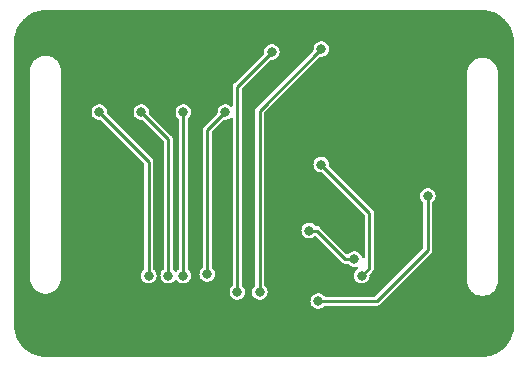
<source format=gbr>
%TF.GenerationSoftware,KiCad,Pcbnew,6.0.2-378541a8eb~116~ubuntu20.04.1*%
%TF.CreationDate,2022-03-05T23:19:36+02:00*%
%TF.ProjectId,ActionPCB,41637469-6f6e-4504-9342-2e6b69636164,rev?*%
%TF.SameCoordinates,Original*%
%TF.FileFunction,Copper,L2,Bot*%
%TF.FilePolarity,Positive*%
%FSLAX46Y46*%
G04 Gerber Fmt 4.6, Leading zero omitted, Abs format (unit mm)*
G04 Created by KiCad (PCBNEW 6.0.2-378541a8eb~116~ubuntu20.04.1) date 2022-03-05 23:19:36*
%MOMM*%
%LPD*%
G01*
G04 APERTURE LIST*
%TA.AperFunction,ViaPad*%
%ADD10C,0.800000*%
%TD*%
%TA.AperFunction,Conductor*%
%ADD11C,0.250000*%
%TD*%
G04 APERTURE END LIST*
D10*
%TO.N,GND*%
X130900000Y-47600000D03*
X130304000Y-60639000D03*
%TO.N,+3V3*%
X127510000Y-58607000D03*
X136781000Y-49717000D03*
%TO.N,/AD0*%
X130558000Y-55051000D03*
X126748000Y-52638000D03*
%TO.N,Net-(JP1-Pad2)*%
X131193000Y-56448000D03*
X127764000Y-47050000D03*
%TO.N,/CH1*%
X118112000Y-56321000D03*
X119636000Y-42605000D03*
%TO.N,/CH2*%
X116080000Y-56448000D03*
X116080000Y-42605000D03*
%TO.N,/CH3*%
X114810000Y-56448000D03*
X112524000Y-42605000D03*
%TO.N,/CH4*%
X108968000Y-42605000D03*
X113159000Y-56448000D03*
%TO.N,/SCL*%
X122557000Y-57845000D03*
X127764000Y-37271000D03*
%TO.N,/SDA*%
X123573000Y-37525000D03*
X120652000Y-57845000D03*
%TD*%
D11*
%TO.N,+3V3*%
X136781000Y-54289000D02*
X132463000Y-58607000D01*
X132463000Y-58607000D02*
X127510000Y-58607000D01*
X136781000Y-49717000D02*
X136781000Y-54289000D01*
%TO.N,/AD0*%
X129796000Y-55051000D02*
X130558000Y-55051000D01*
X126748000Y-52638000D02*
X127383000Y-52638000D01*
X127383000Y-52638000D02*
X129796000Y-55051000D01*
%TO.N,Net-(JP1-Pad2)*%
X131828000Y-51114000D02*
X131828000Y-55813000D01*
X131828000Y-55813000D02*
X131193000Y-56448000D01*
X127764000Y-47050000D02*
X131828000Y-51114000D01*
%TO.N,/CH1*%
X118112000Y-44129000D02*
X118112000Y-56321000D01*
X119636000Y-42605000D02*
X118112000Y-44129000D01*
%TO.N,/CH2*%
X116080000Y-42605000D02*
X116080000Y-56448000D01*
%TO.N,/CH3*%
X114810000Y-44891000D02*
X114810000Y-56448000D01*
X112524000Y-42605000D02*
X114810000Y-44891000D01*
%TO.N,/CH4*%
X108968000Y-42605000D02*
X113159000Y-46796000D01*
X113159000Y-46796000D02*
X113159000Y-56448000D01*
%TO.N,/SCL*%
X127764000Y-37271000D02*
X122557000Y-42478000D01*
X122557000Y-42478000D02*
X122557000Y-57845000D01*
%TO.N,/SDA*%
X120652000Y-40446000D02*
X120652000Y-57845000D01*
X123573000Y-37525000D02*
X120652000Y-40446000D01*
%TD*%
%TA.AperFunction,Conductor*%
%TO.N,GND*%
G36*
X141407392Y-33983914D02*
G01*
X141425320Y-33987075D01*
X141436175Y-33985161D01*
X141442886Y-33985161D01*
X141461717Y-33984044D01*
X141717316Y-33998398D01*
X141731348Y-33999979D01*
X141872025Y-34023882D01*
X142012697Y-34047783D01*
X142026472Y-34050927D01*
X142300697Y-34129930D01*
X142314034Y-34134597D01*
X142408175Y-34173591D01*
X142577690Y-34243806D01*
X142590413Y-34249933D01*
X142740183Y-34332708D01*
X142840185Y-34387978D01*
X142852148Y-34395495D01*
X143084887Y-34560631D01*
X143095934Y-34569440D01*
X143234844Y-34693578D01*
X143308726Y-34759603D01*
X143318717Y-34769594D01*
X143508879Y-34982385D01*
X143517689Y-34993433D01*
X143682825Y-35226172D01*
X143690342Y-35238135D01*
X143828385Y-35487903D01*
X143834516Y-35500634D01*
X143943723Y-35764286D01*
X143948390Y-35777623D01*
X144027393Y-36051848D01*
X144030537Y-36065623D01*
X144070581Y-36301299D01*
X144078340Y-36346967D01*
X144079922Y-36361004D01*
X144094246Y-36616062D01*
X144094276Y-36616600D01*
X144093159Y-36635434D01*
X144093159Y-36642145D01*
X144091245Y-36653000D01*
X144093159Y-36663854D01*
X144094406Y-36670926D01*
X144096320Y-36692806D01*
X144096320Y-60613194D01*
X144094406Y-60635072D01*
X144091245Y-60653000D01*
X144093159Y-60663855D01*
X144093159Y-60670566D01*
X144094276Y-60689400D01*
X144079922Y-60944992D01*
X144078341Y-60959028D01*
X144054438Y-61099705D01*
X144030537Y-61240377D01*
X144027393Y-61254152D01*
X143948390Y-61528377D01*
X143943723Y-61541714D01*
X143834516Y-61805366D01*
X143828385Y-61818097D01*
X143690342Y-62067865D01*
X143682825Y-62079828D01*
X143517689Y-62312567D01*
X143508879Y-62323615D01*
X143318717Y-62536406D01*
X143308727Y-62546396D01*
X143231962Y-62614998D01*
X143095935Y-62736559D01*
X143084887Y-62745369D01*
X142852148Y-62910505D01*
X142840185Y-62918022D01*
X142590413Y-63056067D01*
X142577690Y-63062194D01*
X142475363Y-63104579D01*
X142314034Y-63171403D01*
X142300697Y-63176070D01*
X142026472Y-63255073D01*
X142012697Y-63258217D01*
X141872025Y-63282119D01*
X141731348Y-63306021D01*
X141717316Y-63307602D01*
X141461717Y-63321956D01*
X141442886Y-63320839D01*
X141436175Y-63320839D01*
X141425320Y-63318925D01*
X141407392Y-63322086D01*
X141385514Y-63324000D01*
X104465126Y-63324000D01*
X104443248Y-63322086D01*
X104425320Y-63318925D01*
X104414465Y-63320839D01*
X104407754Y-63320839D01*
X104388923Y-63321956D01*
X104133324Y-63307602D01*
X104119292Y-63306021D01*
X103978615Y-63282119D01*
X103837943Y-63258217D01*
X103824168Y-63255073D01*
X103549943Y-63176070D01*
X103536606Y-63171403D01*
X103375277Y-63104579D01*
X103272950Y-63062194D01*
X103260227Y-63056067D01*
X103010455Y-62918022D01*
X102998492Y-62910505D01*
X102765753Y-62745369D01*
X102754705Y-62736559D01*
X102618679Y-62614998D01*
X102541913Y-62546396D01*
X102531923Y-62536406D01*
X102341761Y-62323615D01*
X102332951Y-62312567D01*
X102167815Y-62079828D01*
X102160298Y-62067865D01*
X102022255Y-61818097D01*
X102016124Y-61805366D01*
X101906917Y-61541714D01*
X101902250Y-61528377D01*
X101823247Y-61254152D01*
X101820103Y-61240377D01*
X101796201Y-61099705D01*
X101772299Y-60959028D01*
X101770718Y-60944992D01*
X101756364Y-60689400D01*
X101757481Y-60670566D01*
X101757481Y-60663855D01*
X101759395Y-60653000D01*
X101756234Y-60635072D01*
X101754320Y-60613194D01*
X101754320Y-58600096D01*
X126850729Y-58600096D01*
X126868113Y-58757553D01*
X126870723Y-58764684D01*
X126870723Y-58764686D01*
X126909780Y-58871414D01*
X126922553Y-58906319D01*
X126926789Y-58912622D01*
X126926789Y-58912623D01*
X126975859Y-58985646D01*
X127010908Y-59037805D01*
X127016527Y-59042918D01*
X127016528Y-59042919D01*
X127027903Y-59053269D01*
X127128076Y-59144419D01*
X127267293Y-59220008D01*
X127420522Y-59260207D01*
X127504477Y-59261526D01*
X127571319Y-59262576D01*
X127571322Y-59262576D01*
X127578916Y-59262695D01*
X127733332Y-59227329D01*
X127803742Y-59191917D01*
X127868072Y-59159563D01*
X127868075Y-59159561D01*
X127874855Y-59156151D01*
X127880626Y-59151222D01*
X127880629Y-59151220D01*
X127989542Y-59058199D01*
X127989543Y-59058198D01*
X127995314Y-59053269D01*
X128005586Y-59038974D01*
X128061581Y-58995326D01*
X128107909Y-58986500D01*
X132409080Y-58986500D01*
X132433028Y-58989049D01*
X132434693Y-58989128D01*
X132444876Y-58991320D01*
X132455217Y-58990096D01*
X132478223Y-58987373D01*
X132484154Y-58987023D01*
X132484146Y-58986928D01*
X132489324Y-58986500D01*
X132494524Y-58986500D01*
X132499653Y-58985646D01*
X132499656Y-58985646D01*
X132513565Y-58983331D01*
X132519443Y-58982494D01*
X132560001Y-58977694D01*
X132560002Y-58977694D01*
X132570341Y-58976470D01*
X132578593Y-58972507D01*
X132587626Y-58971004D01*
X132596795Y-58966057D01*
X132596797Y-58966056D01*
X132632732Y-58946666D01*
X132638025Y-58943969D01*
X132677082Y-58925215D01*
X132677086Y-58925212D01*
X132684232Y-58921781D01*
X132688508Y-58918186D01*
X132690431Y-58916263D01*
X132692363Y-58914491D01*
X132692442Y-58914448D01*
X132692555Y-58914572D01*
X132693095Y-58914096D01*
X132698814Y-58911010D01*
X132735417Y-58871413D01*
X132738846Y-58867848D01*
X134769081Y-56837613D01*
X140116677Y-56837613D01*
X140117055Y-56839998D01*
X140131340Y-57055665D01*
X140181866Y-57268270D01*
X140183919Y-57273119D01*
X140183921Y-57273125D01*
X140262750Y-57459308D01*
X140267066Y-57469502D01*
X140269899Y-57473945D01*
X140269902Y-57473950D01*
X140366790Y-57625879D01*
X140384565Y-57653752D01*
X140415275Y-57687733D01*
X140484111Y-57763901D01*
X140531085Y-57815879D01*
X140580190Y-57854682D01*
X140698402Y-57948093D01*
X140698405Y-57948095D01*
X140702542Y-57951364D01*
X140736476Y-57969971D01*
X140889530Y-58053894D01*
X140889534Y-58053896D01*
X140894154Y-58056429D01*
X141100578Y-58128143D01*
X141105767Y-58129019D01*
X141105772Y-58129020D01*
X141304893Y-58162624D01*
X141316057Y-58164508D01*
X141534583Y-58164508D01*
X141545747Y-58162624D01*
X141744868Y-58129020D01*
X141744873Y-58129019D01*
X141750062Y-58128143D01*
X141956486Y-58056429D01*
X141961106Y-58053896D01*
X141961110Y-58053894D01*
X142114164Y-57969971D01*
X142148098Y-57951364D01*
X142152235Y-57948095D01*
X142152238Y-57948093D01*
X142270450Y-57854682D01*
X142319555Y-57815879D01*
X142366530Y-57763901D01*
X142435365Y-57687733D01*
X142466075Y-57653752D01*
X142483850Y-57625879D01*
X142580738Y-57473950D01*
X142580741Y-57473945D01*
X142583574Y-57469502D01*
X142587890Y-57459308D01*
X142666719Y-57273125D01*
X142666721Y-57273119D01*
X142668774Y-57268270D01*
X142719300Y-57055665D01*
X142733585Y-56839998D01*
X142733963Y-56837613D01*
X142731635Y-56825635D01*
X142729320Y-56801595D01*
X142729320Y-39384405D01*
X142731635Y-39360362D01*
X142731859Y-39359210D01*
X142733963Y-39348387D01*
X142733585Y-39346002D01*
X142719300Y-39130335D01*
X142668774Y-38917730D01*
X142666721Y-38912881D01*
X142666719Y-38912875D01*
X142585629Y-38721351D01*
X142585628Y-38721348D01*
X142583574Y-38716498D01*
X142580741Y-38712055D01*
X142580738Y-38712050D01*
X142468909Y-38536692D01*
X142466075Y-38532248D01*
X142398283Y-38457235D01*
X142323089Y-38374031D01*
X142323086Y-38374029D01*
X142319555Y-38370121D01*
X142253130Y-38317632D01*
X142152238Y-38237907D01*
X142152235Y-38237905D01*
X142148098Y-38234636D01*
X142113228Y-38215516D01*
X141961110Y-38132106D01*
X141961106Y-38132104D01*
X141956486Y-38129571D01*
X141750062Y-38057857D01*
X141744873Y-38056981D01*
X141744868Y-38056980D01*
X141539780Y-38022369D01*
X141539779Y-38022369D01*
X141534583Y-38021492D01*
X141316057Y-38021492D01*
X141310861Y-38022369D01*
X141310860Y-38022369D01*
X141105772Y-38056980D01*
X141105767Y-38056981D01*
X141100578Y-38057857D01*
X140894154Y-38129571D01*
X140889534Y-38132104D01*
X140889530Y-38132106D01*
X140737412Y-38215516D01*
X140702542Y-38234636D01*
X140698405Y-38237905D01*
X140698402Y-38237907D01*
X140597510Y-38317632D01*
X140531085Y-38370121D01*
X140527554Y-38374029D01*
X140527551Y-38374031D01*
X140452357Y-38457235D01*
X140384565Y-38532248D01*
X140381731Y-38536692D01*
X140269902Y-38712050D01*
X140269899Y-38712055D01*
X140267066Y-38716498D01*
X140265012Y-38721348D01*
X140265011Y-38721351D01*
X140183921Y-38912875D01*
X140183919Y-38912881D01*
X140181866Y-38917730D01*
X140131340Y-39130335D01*
X140117055Y-39346002D01*
X140116677Y-39348387D01*
X140118781Y-39359210D01*
X140119005Y-39360362D01*
X140121320Y-39384405D01*
X140121320Y-56801595D01*
X140119005Y-56825635D01*
X140116677Y-56837613D01*
X134769081Y-56837613D01*
X137011216Y-54595478D01*
X137029964Y-54580336D01*
X137031189Y-54579221D01*
X137039940Y-54573571D01*
X137046387Y-54565393D01*
X137046389Y-54565391D01*
X137060729Y-54547200D01*
X137064678Y-54542756D01*
X137064604Y-54542694D01*
X137067957Y-54538737D01*
X137071638Y-54535056D01*
X137082865Y-54519346D01*
X137086421Y-54514609D01*
X137089512Y-54510689D01*
X137118156Y-54474353D01*
X137121189Y-54465716D01*
X137126513Y-54458266D01*
X137134057Y-54433043D01*
X137141199Y-54409160D01*
X137143034Y-54403514D01*
X137157390Y-54362633D01*
X137157390Y-54362632D01*
X137160018Y-54355149D01*
X137160500Y-54349584D01*
X137160500Y-54346876D01*
X137160614Y-54344242D01*
X137160643Y-54344144D01*
X137160807Y-54344151D01*
X137160851Y-54343447D01*
X137162713Y-54337222D01*
X137160597Y-54283365D01*
X137160500Y-54278418D01*
X137160500Y-50311730D01*
X137180502Y-50243609D01*
X137204669Y-50215919D01*
X137260536Y-50168204D01*
X137266314Y-50163269D01*
X137358755Y-50034624D01*
X137417842Y-49887641D01*
X137440162Y-49730807D01*
X137440307Y-49717000D01*
X137421276Y-49559733D01*
X137365280Y-49411546D01*
X137275553Y-49280992D01*
X137157275Y-49175611D01*
X137149889Y-49171700D01*
X137023988Y-49105039D01*
X137023989Y-49105039D01*
X137017274Y-49101484D01*
X136863633Y-49062892D01*
X136856034Y-49062852D01*
X136856033Y-49062852D01*
X136790181Y-49062507D01*
X136705221Y-49062062D01*
X136697841Y-49063834D01*
X136697839Y-49063834D01*
X136558563Y-49097271D01*
X136558560Y-49097272D01*
X136551184Y-49099043D01*
X136410414Y-49171700D01*
X136291039Y-49275838D01*
X136199950Y-49405444D01*
X136142406Y-49553037D01*
X136121729Y-49710096D01*
X136139113Y-49867553D01*
X136193553Y-50016319D01*
X136281908Y-50147805D01*
X136287527Y-50152918D01*
X136287528Y-50152919D01*
X136360299Y-50219135D01*
X136397222Y-50279775D01*
X136401500Y-50312329D01*
X136401500Y-54079616D01*
X136381498Y-54147737D01*
X136364595Y-54168711D01*
X132342711Y-58190595D01*
X132280399Y-58224621D01*
X132253616Y-58227500D01*
X128109682Y-58227500D01*
X128041561Y-58207498D01*
X128015114Y-58181860D01*
X128013878Y-58182949D01*
X128008855Y-58177251D01*
X128004553Y-58170992D01*
X127997276Y-58164508D01*
X127891946Y-58070664D01*
X127886275Y-58065611D01*
X127878889Y-58061700D01*
X127752988Y-57995039D01*
X127752989Y-57995039D01*
X127746274Y-57991484D01*
X127592633Y-57952892D01*
X127585034Y-57952852D01*
X127585033Y-57952852D01*
X127519181Y-57952507D01*
X127434221Y-57952062D01*
X127426841Y-57953834D01*
X127426839Y-57953834D01*
X127287563Y-57987271D01*
X127287560Y-57987272D01*
X127280184Y-57989043D01*
X127139414Y-58061700D01*
X127020039Y-58165838D01*
X126928950Y-58295444D01*
X126926190Y-58302524D01*
X126889136Y-58397563D01*
X126871406Y-58443037D01*
X126870414Y-58450570D01*
X126870414Y-58450571D01*
X126864039Y-58498999D01*
X126850729Y-58600096D01*
X101754320Y-58600096D01*
X101754320Y-56647613D01*
X103116677Y-56647613D01*
X103117055Y-56649998D01*
X103131340Y-56865665D01*
X103181866Y-57078270D01*
X103183919Y-57083119D01*
X103183921Y-57083125D01*
X103254570Y-57249989D01*
X103267066Y-57279502D01*
X103269899Y-57283945D01*
X103269902Y-57283950D01*
X103349644Y-57408992D01*
X103384565Y-57463752D01*
X103441931Y-57527228D01*
X103453826Y-57540390D01*
X103531085Y-57625879D01*
X103571305Y-57657661D01*
X103698402Y-57758093D01*
X103698405Y-57758095D01*
X103702542Y-57761364D01*
X103707170Y-57763901D01*
X103707169Y-57763901D01*
X103889530Y-57863894D01*
X103889534Y-57863896D01*
X103894154Y-57866429D01*
X104100578Y-57938143D01*
X104105767Y-57939019D01*
X104105772Y-57939020D01*
X104310860Y-57973631D01*
X104316057Y-57974508D01*
X104534583Y-57974508D01*
X104539780Y-57973631D01*
X104744868Y-57939020D01*
X104744873Y-57939019D01*
X104750062Y-57938143D01*
X104956486Y-57866429D01*
X104961106Y-57863896D01*
X104961110Y-57863894D01*
X105143471Y-57763901D01*
X105143470Y-57763901D01*
X105148098Y-57761364D01*
X105152235Y-57758095D01*
X105152238Y-57758093D01*
X105279335Y-57657661D01*
X105319555Y-57625879D01*
X105396815Y-57540390D01*
X105408709Y-57527228D01*
X105466075Y-57463752D01*
X105500996Y-57408992D01*
X105580738Y-57283950D01*
X105580741Y-57283945D01*
X105583574Y-57279502D01*
X105596070Y-57249989D01*
X105666719Y-57083125D01*
X105666721Y-57083119D01*
X105668774Y-57078270D01*
X105719300Y-56865665D01*
X105733585Y-56649998D01*
X105733963Y-56647613D01*
X105731635Y-56635635D01*
X105729320Y-56611595D01*
X105729320Y-42598096D01*
X108308729Y-42598096D01*
X108311467Y-42622892D01*
X108321518Y-42713930D01*
X108326113Y-42755553D01*
X108380553Y-42904319D01*
X108468908Y-43035805D01*
X108474527Y-43040918D01*
X108474528Y-43040919D01*
X108485903Y-43051269D01*
X108586076Y-43142419D01*
X108725293Y-43218008D01*
X108878522Y-43258207D01*
X108975138Y-43259725D01*
X109036772Y-43260693D01*
X109104570Y-43281762D01*
X109123888Y-43297582D01*
X112742595Y-46916289D01*
X112776621Y-46978601D01*
X112779500Y-47005384D01*
X112779500Y-55853187D01*
X112759498Y-55921308D01*
X112736330Y-55948135D01*
X112669039Y-56006838D01*
X112577950Y-56136444D01*
X112566984Y-56164571D01*
X112523626Y-56275779D01*
X112520406Y-56284037D01*
X112519414Y-56291570D01*
X112519414Y-56291571D01*
X112513220Y-56338623D01*
X112499729Y-56441096D01*
X112517113Y-56598553D01*
X112519723Y-56605684D01*
X112519723Y-56605686D01*
X112531777Y-56638624D01*
X112571553Y-56747319D01*
X112575789Y-56753622D01*
X112575789Y-56753623D01*
X112596866Y-56784988D01*
X112659908Y-56878805D01*
X112665527Y-56883918D01*
X112665528Y-56883919D01*
X112767488Y-56976695D01*
X112777076Y-56985419D01*
X112916293Y-57061008D01*
X113069522Y-57101207D01*
X113153477Y-57102526D01*
X113220319Y-57103576D01*
X113220322Y-57103576D01*
X113227916Y-57103695D01*
X113382332Y-57068329D01*
X113452742Y-57032917D01*
X113517072Y-57000563D01*
X113517075Y-57000561D01*
X113523855Y-56997151D01*
X113529626Y-56992222D01*
X113529629Y-56992220D01*
X113638536Y-56899204D01*
X113638536Y-56899203D01*
X113644314Y-56894269D01*
X113736755Y-56765624D01*
X113795842Y-56618641D01*
X113818162Y-56461807D01*
X113818307Y-56448000D01*
X113799276Y-56290733D01*
X113743280Y-56142546D01*
X113704219Y-56085712D01*
X113657855Y-56018251D01*
X113657854Y-56018249D01*
X113653553Y-56011992D01*
X113643717Y-56003228D01*
X113580681Y-55947066D01*
X113543126Y-55886816D01*
X113538500Y-55852989D01*
X113538500Y-46849920D01*
X113541049Y-46825972D01*
X113541128Y-46824307D01*
X113543320Y-46814124D01*
X113539373Y-46780777D01*
X113539023Y-46774846D01*
X113538928Y-46774854D01*
X113538500Y-46769676D01*
X113538500Y-46764476D01*
X113536365Y-46751649D01*
X113535331Y-46745435D01*
X113534494Y-46739557D01*
X113529694Y-46698999D01*
X113529694Y-46698998D01*
X113528470Y-46688659D01*
X113524507Y-46680407D01*
X113523004Y-46671374D01*
X113498665Y-46626266D01*
X113495969Y-46620975D01*
X113477215Y-46581918D01*
X113477212Y-46581914D01*
X113473781Y-46574768D01*
X113470186Y-46570492D01*
X113468263Y-46568569D01*
X113466491Y-46566637D01*
X113466448Y-46566558D01*
X113466572Y-46566445D01*
X113466096Y-46565905D01*
X113463010Y-46560186D01*
X113423413Y-46523583D01*
X113419848Y-46520154D01*
X109658143Y-42758449D01*
X109624117Y-42696137D01*
X109622495Y-42651601D01*
X109626581Y-42622892D01*
X109626581Y-42622886D01*
X109627162Y-42618807D01*
X109627307Y-42605000D01*
X109626472Y-42598096D01*
X111864729Y-42598096D01*
X111867467Y-42622892D01*
X111877518Y-42713930D01*
X111882113Y-42755553D01*
X111936553Y-42904319D01*
X112024908Y-43035805D01*
X112030527Y-43040918D01*
X112030528Y-43040919D01*
X112041903Y-43051269D01*
X112142076Y-43142419D01*
X112281293Y-43218008D01*
X112434522Y-43258207D01*
X112531138Y-43259725D01*
X112592772Y-43260693D01*
X112660570Y-43281762D01*
X112679888Y-43297582D01*
X114393595Y-45011289D01*
X114427621Y-45073601D01*
X114430500Y-45100384D01*
X114430500Y-55853187D01*
X114410498Y-55921308D01*
X114387330Y-55948135D01*
X114320039Y-56006838D01*
X114228950Y-56136444D01*
X114217984Y-56164571D01*
X114174626Y-56275779D01*
X114171406Y-56284037D01*
X114170414Y-56291570D01*
X114170414Y-56291571D01*
X114164220Y-56338623D01*
X114150729Y-56441096D01*
X114168113Y-56598553D01*
X114170723Y-56605684D01*
X114170723Y-56605686D01*
X114182777Y-56638624D01*
X114222553Y-56747319D01*
X114226789Y-56753622D01*
X114226789Y-56753623D01*
X114247866Y-56784988D01*
X114310908Y-56878805D01*
X114316527Y-56883918D01*
X114316528Y-56883919D01*
X114418488Y-56976695D01*
X114428076Y-56985419D01*
X114567293Y-57061008D01*
X114720522Y-57101207D01*
X114804477Y-57102526D01*
X114871319Y-57103576D01*
X114871322Y-57103576D01*
X114878916Y-57103695D01*
X115033332Y-57068329D01*
X115103742Y-57032917D01*
X115168072Y-57000563D01*
X115168075Y-57000561D01*
X115174855Y-56997151D01*
X115180626Y-56992222D01*
X115180629Y-56992220D01*
X115289536Y-56899204D01*
X115289536Y-56899203D01*
X115295314Y-56894269D01*
X115342478Y-56828634D01*
X115398470Y-56784988D01*
X115469173Y-56778542D01*
X115532138Y-56811345D01*
X115549380Y-56831887D01*
X115576668Y-56872497D01*
X115576671Y-56872500D01*
X115580908Y-56878805D01*
X115586527Y-56883918D01*
X115586528Y-56883919D01*
X115688488Y-56976695D01*
X115698076Y-56985419D01*
X115837293Y-57061008D01*
X115990522Y-57101207D01*
X116074477Y-57102526D01*
X116141319Y-57103576D01*
X116141322Y-57103576D01*
X116148916Y-57103695D01*
X116303332Y-57068329D01*
X116373742Y-57032917D01*
X116438072Y-57000563D01*
X116438075Y-57000561D01*
X116444855Y-56997151D01*
X116450626Y-56992222D01*
X116450629Y-56992220D01*
X116559536Y-56899204D01*
X116559536Y-56899203D01*
X116565314Y-56894269D01*
X116657755Y-56765624D01*
X116716842Y-56618641D01*
X116739162Y-56461807D01*
X116739307Y-56448000D01*
X116723103Y-56314096D01*
X117452729Y-56314096D01*
X117461421Y-56392824D01*
X117468582Y-56457682D01*
X117470113Y-56471553D01*
X117472723Y-56478684D01*
X117472723Y-56478686D01*
X117521361Y-56611595D01*
X117524553Y-56620319D01*
X117528789Y-56626622D01*
X117528789Y-56626623D01*
X117605100Y-56740185D01*
X117612908Y-56751805D01*
X117618527Y-56756918D01*
X117618528Y-56756919D01*
X117723962Y-56852856D01*
X117730076Y-56858419D01*
X117869293Y-56934008D01*
X118022522Y-56974207D01*
X118106477Y-56975526D01*
X118173319Y-56976576D01*
X118173322Y-56976576D01*
X118180916Y-56976695D01*
X118335332Y-56941329D01*
X118419089Y-56899204D01*
X118470072Y-56873563D01*
X118470075Y-56873561D01*
X118476855Y-56870151D01*
X118482626Y-56865222D01*
X118482629Y-56865220D01*
X118591536Y-56772204D01*
X118591536Y-56772203D01*
X118597314Y-56767269D01*
X118689755Y-56638624D01*
X118748842Y-56491641D01*
X118757107Y-56433565D01*
X118770581Y-56338891D01*
X118770581Y-56338888D01*
X118771162Y-56334807D01*
X118771307Y-56321000D01*
X118752276Y-56163733D01*
X118696280Y-56015546D01*
X118637693Y-55930301D01*
X118610855Y-55891251D01*
X118610854Y-55891249D01*
X118606553Y-55884992D01*
X118533681Y-55820065D01*
X118496126Y-55759816D01*
X118491500Y-55725989D01*
X118491500Y-44338384D01*
X118511502Y-44270263D01*
X118528401Y-44249293D01*
X119482181Y-43295514D01*
X119544491Y-43261490D01*
X119573253Y-43258627D01*
X119697318Y-43260576D01*
X119697321Y-43260576D01*
X119704916Y-43260695D01*
X119859332Y-43225329D01*
X119929742Y-43189917D01*
X119994072Y-43157563D01*
X119994075Y-43157561D01*
X120000855Y-43154151D01*
X120006628Y-43149220D01*
X120006633Y-43149217D01*
X120064670Y-43099649D01*
X120129460Y-43070618D01*
X120199660Y-43081223D01*
X120252982Y-43128098D01*
X120272500Y-43195460D01*
X120272500Y-57250187D01*
X120252498Y-57318308D01*
X120229330Y-57345135D01*
X120162039Y-57403838D01*
X120070950Y-57533444D01*
X120068190Y-57540524D01*
X120025777Y-57649308D01*
X120013406Y-57681037D01*
X120012414Y-57688570D01*
X120012414Y-57688571D01*
X119995224Y-57819147D01*
X119992729Y-57838096D01*
X119995857Y-57866429D01*
X120009199Y-57987271D01*
X120010113Y-57995553D01*
X120012723Y-58002684D01*
X120012723Y-58002686D01*
X120036145Y-58066689D01*
X120064553Y-58144319D01*
X120068789Y-58150622D01*
X120068789Y-58150623D01*
X120107008Y-58207498D01*
X120152908Y-58275805D01*
X120158527Y-58280918D01*
X120158528Y-58280919D01*
X120167660Y-58289228D01*
X120270076Y-58382419D01*
X120409293Y-58458008D01*
X120562522Y-58498207D01*
X120646477Y-58499526D01*
X120713319Y-58500576D01*
X120713322Y-58500576D01*
X120720916Y-58500695D01*
X120875332Y-58465329D01*
X120945742Y-58429917D01*
X121010072Y-58397563D01*
X121010075Y-58397561D01*
X121016855Y-58394151D01*
X121022626Y-58389222D01*
X121022629Y-58389220D01*
X121131536Y-58296204D01*
X121131536Y-58296203D01*
X121137314Y-58291269D01*
X121229755Y-58162624D01*
X121288842Y-58015641D01*
X121311162Y-57858807D01*
X121311307Y-57845000D01*
X121310472Y-57838096D01*
X121897729Y-57838096D01*
X121900857Y-57866429D01*
X121914199Y-57987271D01*
X121915113Y-57995553D01*
X121917723Y-58002684D01*
X121917723Y-58002686D01*
X121941145Y-58066689D01*
X121969553Y-58144319D01*
X121973789Y-58150622D01*
X121973789Y-58150623D01*
X122012008Y-58207498D01*
X122057908Y-58275805D01*
X122063527Y-58280918D01*
X122063528Y-58280919D01*
X122072660Y-58289228D01*
X122175076Y-58382419D01*
X122314293Y-58458008D01*
X122467522Y-58498207D01*
X122551477Y-58499526D01*
X122618319Y-58500576D01*
X122618322Y-58500576D01*
X122625916Y-58500695D01*
X122780332Y-58465329D01*
X122850742Y-58429917D01*
X122915072Y-58397563D01*
X122915075Y-58397561D01*
X122921855Y-58394151D01*
X122927626Y-58389222D01*
X122927629Y-58389220D01*
X123036536Y-58296204D01*
X123036536Y-58296203D01*
X123042314Y-58291269D01*
X123134755Y-58162624D01*
X123193842Y-58015641D01*
X123216162Y-57858807D01*
X123216307Y-57845000D01*
X123197276Y-57687733D01*
X123141280Y-57539546D01*
X123107877Y-57490944D01*
X123055855Y-57415251D01*
X123055854Y-57415249D01*
X123051553Y-57408992D01*
X122978681Y-57344065D01*
X122941126Y-57283816D01*
X122936500Y-57249989D01*
X122936500Y-52631096D01*
X126088729Y-52631096D01*
X126106113Y-52788553D01*
X126160553Y-52937319D01*
X126248908Y-53068805D01*
X126254527Y-53073918D01*
X126254528Y-53073919D01*
X126326414Y-53139330D01*
X126366076Y-53175419D01*
X126505293Y-53251008D01*
X126658522Y-53291207D01*
X126742477Y-53292526D01*
X126809319Y-53293576D01*
X126809322Y-53293576D01*
X126816916Y-53293695D01*
X126971332Y-53258329D01*
X127041742Y-53222917D01*
X127106072Y-53190563D01*
X127106075Y-53190561D01*
X127112855Y-53187151D01*
X127118628Y-53182220D01*
X127118633Y-53182217D01*
X127176711Y-53132614D01*
X127241501Y-53103583D01*
X127311701Y-53114188D01*
X127347636Y-53139330D01*
X129489522Y-55281216D01*
X129504664Y-55299964D01*
X129505779Y-55301189D01*
X129511429Y-55309940D01*
X129519607Y-55316387D01*
X129519609Y-55316389D01*
X129537800Y-55330729D01*
X129542244Y-55334678D01*
X129542306Y-55334604D01*
X129546263Y-55337957D01*
X129549944Y-55341638D01*
X129565654Y-55352865D01*
X129570380Y-55356413D01*
X129610647Y-55388156D01*
X129619284Y-55391189D01*
X129626734Y-55396513D01*
X129636710Y-55399497D01*
X129636711Y-55399497D01*
X129652046Y-55404083D01*
X129675849Y-55411202D01*
X129681486Y-55413034D01*
X129722367Y-55427390D01*
X129729851Y-55430018D01*
X129735416Y-55430500D01*
X129738124Y-55430500D01*
X129740758Y-55430614D01*
X129740856Y-55430643D01*
X129740849Y-55430807D01*
X129741553Y-55430851D01*
X129747778Y-55432713D01*
X129801635Y-55430597D01*
X129806582Y-55430500D01*
X129958141Y-55430500D01*
X130026262Y-55450502D01*
X130053522Y-55474169D01*
X130054672Y-55475501D01*
X130058908Y-55481805D01*
X130176076Y-55588419D01*
X130315293Y-55664008D01*
X130468522Y-55704207D01*
X130552477Y-55705526D01*
X130619319Y-55706576D01*
X130619322Y-55706576D01*
X130626916Y-55706695D01*
X130707721Y-55688188D01*
X130778587Y-55692477D01*
X130835885Y-55734399D01*
X130861423Y-55800643D01*
X130847092Y-55870179D01*
X130818680Y-55905957D01*
X130787502Y-55933156D01*
X130703039Y-56006838D01*
X130611950Y-56136444D01*
X130600984Y-56164571D01*
X130557626Y-56275779D01*
X130554406Y-56284037D01*
X130553414Y-56291570D01*
X130553414Y-56291571D01*
X130547220Y-56338623D01*
X130533729Y-56441096D01*
X130551113Y-56598553D01*
X130553723Y-56605684D01*
X130553723Y-56605686D01*
X130565777Y-56638624D01*
X130605553Y-56747319D01*
X130609789Y-56753622D01*
X130609789Y-56753623D01*
X130630866Y-56784988D01*
X130693908Y-56878805D01*
X130699527Y-56883918D01*
X130699528Y-56883919D01*
X130801488Y-56976695D01*
X130811076Y-56985419D01*
X130950293Y-57061008D01*
X131103522Y-57101207D01*
X131187477Y-57102526D01*
X131254319Y-57103576D01*
X131254322Y-57103576D01*
X131261916Y-57103695D01*
X131416332Y-57068329D01*
X131486742Y-57032917D01*
X131551072Y-57000563D01*
X131551075Y-57000561D01*
X131557855Y-56997151D01*
X131563626Y-56992222D01*
X131563629Y-56992220D01*
X131672536Y-56899204D01*
X131672536Y-56899203D01*
X131678314Y-56894269D01*
X131770755Y-56765624D01*
X131829842Y-56618641D01*
X131852162Y-56461807D01*
X131852307Y-56448000D01*
X131846437Y-56399496D01*
X131858109Y-56329468D01*
X131882429Y-56295265D01*
X132058216Y-56119478D01*
X132076964Y-56104336D01*
X132078189Y-56103221D01*
X132086940Y-56097571D01*
X132093387Y-56089393D01*
X132093389Y-56089391D01*
X132107729Y-56071200D01*
X132111675Y-56066759D01*
X132111602Y-56066697D01*
X132114961Y-56062733D01*
X132118638Y-56059056D01*
X132129892Y-56043308D01*
X132133398Y-56038638D01*
X132165156Y-55998353D01*
X132168188Y-55989719D01*
X132173514Y-55982266D01*
X132188203Y-55933150D01*
X132190036Y-55927508D01*
X132204390Y-55886633D01*
X132204390Y-55886632D01*
X132207018Y-55879149D01*
X132207500Y-55873584D01*
X132207500Y-55870876D01*
X132207614Y-55868242D01*
X132207643Y-55868144D01*
X132207807Y-55868151D01*
X132207851Y-55867447D01*
X132209713Y-55861222D01*
X132207596Y-55807333D01*
X132207500Y-55802418D01*
X132207500Y-51167920D01*
X132210049Y-51143972D01*
X132210128Y-51142307D01*
X132212320Y-51132124D01*
X132208373Y-51098777D01*
X132208023Y-51092846D01*
X132207928Y-51092854D01*
X132207500Y-51087676D01*
X132207500Y-51082476D01*
X132206646Y-51077344D01*
X132204331Y-51063435D01*
X132203494Y-51057557D01*
X132198694Y-51016999D01*
X132198694Y-51016998D01*
X132197470Y-51006659D01*
X132193507Y-50998407D01*
X132192004Y-50989374D01*
X132167665Y-50944266D01*
X132164969Y-50938975D01*
X132146215Y-50899918D01*
X132146212Y-50899914D01*
X132142781Y-50892768D01*
X132139186Y-50888492D01*
X132137263Y-50886569D01*
X132135491Y-50884637D01*
X132135448Y-50884558D01*
X132135572Y-50884445D01*
X132135096Y-50883905D01*
X132132010Y-50878186D01*
X132092413Y-50841583D01*
X132088848Y-50838154D01*
X128454143Y-47203449D01*
X128420117Y-47141137D01*
X128418495Y-47096601D01*
X128422581Y-47067892D01*
X128422581Y-47067886D01*
X128423162Y-47063807D01*
X128423307Y-47050000D01*
X128404276Y-46892733D01*
X128348280Y-46744546D01*
X128304199Y-46680407D01*
X128262855Y-46620251D01*
X128262854Y-46620249D01*
X128258553Y-46613992D01*
X128140275Y-46508611D01*
X128132889Y-46504700D01*
X128006988Y-46438039D01*
X128006989Y-46438039D01*
X128000274Y-46434484D01*
X127846633Y-46395892D01*
X127839034Y-46395852D01*
X127839033Y-46395852D01*
X127773181Y-46395507D01*
X127688221Y-46395062D01*
X127680841Y-46396834D01*
X127680839Y-46396834D01*
X127541563Y-46430271D01*
X127541560Y-46430272D01*
X127534184Y-46432043D01*
X127393414Y-46504700D01*
X127274039Y-46608838D01*
X127182950Y-46738444D01*
X127125406Y-46886037D01*
X127124414Y-46893570D01*
X127124414Y-46893571D01*
X127109694Y-47005384D01*
X127104729Y-47043096D01*
X127107016Y-47063807D01*
X127117518Y-47158930D01*
X127122113Y-47200553D01*
X127176553Y-47349319D01*
X127264908Y-47480805D01*
X127382076Y-47587419D01*
X127521293Y-47663008D01*
X127674522Y-47703207D01*
X127771138Y-47704725D01*
X127832772Y-47705693D01*
X127900570Y-47726762D01*
X127919888Y-47742582D01*
X131411595Y-51234289D01*
X131445621Y-51296601D01*
X131448500Y-51323384D01*
X131448500Y-54875082D01*
X131428498Y-54943203D01*
X131374842Y-54989696D01*
X131304568Y-54999800D01*
X131239988Y-54970306D01*
X131200137Y-54905135D01*
X131199188Y-54901273D01*
X131198276Y-54893733D01*
X131142280Y-54745546D01*
X131052553Y-54614992D01*
X130934275Y-54509611D01*
X130926889Y-54505700D01*
X130867684Y-54474353D01*
X130794274Y-54435484D01*
X130640633Y-54396892D01*
X130633034Y-54396852D01*
X130633033Y-54396852D01*
X130567181Y-54396507D01*
X130482221Y-54396062D01*
X130474841Y-54397834D01*
X130474839Y-54397834D01*
X130335563Y-54431271D01*
X130335560Y-54431272D01*
X130328184Y-54433043D01*
X130187414Y-54505700D01*
X130181695Y-54510689D01*
X130145007Y-54542694D01*
X130068039Y-54609838D01*
X130067166Y-54608838D01*
X130013468Y-54641928D01*
X129942484Y-54640583D01*
X129891170Y-54609476D01*
X127689478Y-52407784D01*
X127674336Y-52389036D01*
X127673221Y-52387811D01*
X127667571Y-52379060D01*
X127659393Y-52372613D01*
X127659391Y-52372611D01*
X127641200Y-52358271D01*
X127636759Y-52354325D01*
X127636697Y-52354398D01*
X127632733Y-52351039D01*
X127629056Y-52347362D01*
X127613308Y-52336108D01*
X127608638Y-52332602D01*
X127568353Y-52300844D01*
X127559719Y-52297812D01*
X127552266Y-52292486D01*
X127503150Y-52277797D01*
X127497508Y-52275964D01*
X127456633Y-52261610D01*
X127456632Y-52261610D01*
X127449149Y-52258982D01*
X127443584Y-52258500D01*
X127440876Y-52258500D01*
X127438242Y-52258386D01*
X127438144Y-52258357D01*
X127438151Y-52258193D01*
X127437447Y-52258149D01*
X127431222Y-52256287D01*
X127377365Y-52258403D01*
X127372418Y-52258500D01*
X127347682Y-52258500D01*
X127279561Y-52238498D01*
X127253114Y-52212860D01*
X127251878Y-52213949D01*
X127246855Y-52208251D01*
X127242553Y-52201992D01*
X127124275Y-52096611D01*
X127116889Y-52092700D01*
X126990988Y-52026039D01*
X126990989Y-52026039D01*
X126984274Y-52022484D01*
X126830633Y-51983892D01*
X126823034Y-51983852D01*
X126823033Y-51983852D01*
X126757181Y-51983507D01*
X126672221Y-51983062D01*
X126664841Y-51984834D01*
X126664839Y-51984834D01*
X126525563Y-52018271D01*
X126525560Y-52018272D01*
X126518184Y-52020043D01*
X126377414Y-52092700D01*
X126258039Y-52196838D01*
X126166950Y-52326444D01*
X126109406Y-52474037D01*
X126088729Y-52631096D01*
X122936500Y-52631096D01*
X122936500Y-42687384D01*
X122956502Y-42619263D01*
X122973405Y-42598289D01*
X127610178Y-37961516D01*
X127672490Y-37927490D01*
X127701252Y-37924627D01*
X127825318Y-37926576D01*
X127825321Y-37926576D01*
X127832916Y-37926695D01*
X127987332Y-37891329D01*
X128084172Y-37842624D01*
X128122072Y-37823563D01*
X128122075Y-37823561D01*
X128128855Y-37820151D01*
X128134626Y-37815222D01*
X128134629Y-37815220D01*
X128243536Y-37722204D01*
X128243536Y-37722203D01*
X128249314Y-37717269D01*
X128341755Y-37588624D01*
X128400842Y-37441641D01*
X128423162Y-37284807D01*
X128423307Y-37271000D01*
X128404276Y-37113733D01*
X128348280Y-36965546D01*
X128306854Y-36905271D01*
X128262855Y-36841251D01*
X128262854Y-36841249D01*
X128258553Y-36834992D01*
X128140275Y-36729611D01*
X128132889Y-36725700D01*
X128006988Y-36659039D01*
X128006989Y-36659039D01*
X128000274Y-36655484D01*
X127846633Y-36616892D01*
X127839034Y-36616852D01*
X127839033Y-36616852D01*
X127773181Y-36616507D01*
X127688221Y-36616062D01*
X127680841Y-36617834D01*
X127680839Y-36617834D01*
X127541563Y-36651271D01*
X127541560Y-36651272D01*
X127534184Y-36653043D01*
X127393414Y-36725700D01*
X127274039Y-36829838D01*
X127182950Y-36959444D01*
X127171558Y-36988664D01*
X127134411Y-37083941D01*
X127125406Y-37107037D01*
X127124414Y-37114570D01*
X127124414Y-37114571D01*
X127112216Y-37207228D01*
X127104729Y-37264096D01*
X127107544Y-37289591D01*
X127110963Y-37320566D01*
X127098557Y-37390470D01*
X127074819Y-37423487D01*
X122326784Y-42171522D01*
X122308036Y-42186664D01*
X122306811Y-42187779D01*
X122298060Y-42193429D01*
X122291613Y-42201607D01*
X122291611Y-42201609D01*
X122277271Y-42219800D01*
X122273325Y-42224241D01*
X122273398Y-42224303D01*
X122270039Y-42228267D01*
X122266362Y-42231944D01*
X122255108Y-42247692D01*
X122251602Y-42252362D01*
X122219844Y-42292647D01*
X122216812Y-42301281D01*
X122211486Y-42308734D01*
X122208501Y-42318715D01*
X122196799Y-42357844D01*
X122194964Y-42363492D01*
X122177982Y-42411851D01*
X122177500Y-42417416D01*
X122177500Y-42420124D01*
X122177386Y-42422758D01*
X122177357Y-42422856D01*
X122177193Y-42422849D01*
X122177149Y-42423553D01*
X122175287Y-42429778D01*
X122176289Y-42455273D01*
X122177403Y-42483635D01*
X122177500Y-42488582D01*
X122177500Y-57250187D01*
X122157498Y-57318308D01*
X122134330Y-57345135D01*
X122067039Y-57403838D01*
X121975950Y-57533444D01*
X121973190Y-57540524D01*
X121930777Y-57649308D01*
X121918406Y-57681037D01*
X121917414Y-57688570D01*
X121917414Y-57688571D01*
X121900224Y-57819147D01*
X121897729Y-57838096D01*
X121310472Y-57838096D01*
X121292276Y-57687733D01*
X121236280Y-57539546D01*
X121202877Y-57490944D01*
X121150855Y-57415251D01*
X121150854Y-57415249D01*
X121146553Y-57408992D01*
X121073681Y-57344065D01*
X121036126Y-57283816D01*
X121031500Y-57249989D01*
X121031500Y-40655384D01*
X121051502Y-40587263D01*
X121068405Y-40566289D01*
X123419178Y-38215516D01*
X123481490Y-38181490D01*
X123510252Y-38178627D01*
X123634318Y-38180576D01*
X123634321Y-38180576D01*
X123641916Y-38180695D01*
X123796332Y-38145329D01*
X123866742Y-38109917D01*
X123931072Y-38077563D01*
X123931075Y-38077561D01*
X123937855Y-38074151D01*
X123943626Y-38069222D01*
X123943629Y-38069220D01*
X124052536Y-37976204D01*
X124052536Y-37976203D01*
X124058314Y-37971269D01*
X124150755Y-37842624D01*
X124209842Y-37695641D01*
X124232162Y-37538807D01*
X124232307Y-37525000D01*
X124213276Y-37367733D01*
X124157280Y-37219546D01*
X124067553Y-37088992D01*
X123949275Y-36983611D01*
X123941889Y-36979700D01*
X123815988Y-36913039D01*
X123815989Y-36913039D01*
X123809274Y-36909484D01*
X123655633Y-36870892D01*
X123648034Y-36870852D01*
X123648033Y-36870852D01*
X123582181Y-36870507D01*
X123497221Y-36870062D01*
X123489841Y-36871834D01*
X123489839Y-36871834D01*
X123350563Y-36905271D01*
X123350560Y-36905272D01*
X123343184Y-36907043D01*
X123202414Y-36979700D01*
X123083039Y-37083838D01*
X122991950Y-37213444D01*
X122934406Y-37361037D01*
X122933414Y-37368570D01*
X122933414Y-37368571D01*
X122922866Y-37448695D01*
X122913729Y-37518096D01*
X122914563Y-37525647D01*
X122919963Y-37574565D01*
X122907557Y-37644469D01*
X122883819Y-37677486D01*
X120421784Y-40139522D01*
X120403036Y-40154664D01*
X120401811Y-40155779D01*
X120393060Y-40161429D01*
X120386613Y-40169607D01*
X120386611Y-40169609D01*
X120372271Y-40187800D01*
X120368325Y-40192241D01*
X120368398Y-40192303D01*
X120365039Y-40196267D01*
X120361362Y-40199944D01*
X120350108Y-40215692D01*
X120346602Y-40220362D01*
X120314844Y-40260647D01*
X120311812Y-40269281D01*
X120306486Y-40276734D01*
X120303501Y-40286715D01*
X120291799Y-40325844D01*
X120289964Y-40331492D01*
X120272982Y-40379851D01*
X120272500Y-40385416D01*
X120272500Y-40388124D01*
X120272386Y-40390758D01*
X120272357Y-40390856D01*
X120272193Y-40390849D01*
X120272149Y-40391553D01*
X120270287Y-40397778D01*
X120270696Y-40408183D01*
X120272403Y-40451635D01*
X120272500Y-40456582D01*
X120272500Y-42014444D01*
X120252498Y-42082565D01*
X120198842Y-42129058D01*
X120128568Y-42139162D01*
X120062681Y-42108521D01*
X120012275Y-42063611D01*
X120004889Y-42059700D01*
X119878988Y-41993039D01*
X119878989Y-41993039D01*
X119872274Y-41989484D01*
X119718633Y-41950892D01*
X119711034Y-41950852D01*
X119711033Y-41950852D01*
X119645181Y-41950507D01*
X119560221Y-41950062D01*
X119552841Y-41951834D01*
X119552839Y-41951834D01*
X119413563Y-41985271D01*
X119413560Y-41985272D01*
X119406184Y-41987043D01*
X119265414Y-42059700D01*
X119146039Y-42163838D01*
X119054950Y-42293444D01*
X119029842Y-42357844D01*
X119001796Y-42429778D01*
X118997406Y-42441037D01*
X118996414Y-42448570D01*
X118996414Y-42448571D01*
X118991147Y-42488582D01*
X118976729Y-42598096D01*
X118979467Y-42622892D01*
X118982963Y-42654566D01*
X118970557Y-42724470D01*
X118946819Y-42757487D01*
X117881784Y-43822522D01*
X117863036Y-43837664D01*
X117861811Y-43838779D01*
X117853060Y-43844429D01*
X117846613Y-43852607D01*
X117846611Y-43852609D01*
X117832271Y-43870800D01*
X117828325Y-43875241D01*
X117828398Y-43875303D01*
X117825039Y-43879267D01*
X117821362Y-43882944D01*
X117810108Y-43898692D01*
X117806602Y-43903362D01*
X117774844Y-43943647D01*
X117771812Y-43952281D01*
X117766486Y-43959734D01*
X117763501Y-43969715D01*
X117751799Y-44008844D01*
X117749964Y-44014492D01*
X117732982Y-44062851D01*
X117732500Y-44068416D01*
X117732500Y-44071124D01*
X117732386Y-44073758D01*
X117732357Y-44073856D01*
X117732193Y-44073849D01*
X117732149Y-44074553D01*
X117730287Y-44080778D01*
X117730696Y-44091183D01*
X117732403Y-44134635D01*
X117732500Y-44139582D01*
X117732500Y-55726187D01*
X117712498Y-55794308D01*
X117689330Y-55821135D01*
X117622039Y-55879838D01*
X117530950Y-56009444D01*
X117509147Y-56065366D01*
X117479056Y-56142546D01*
X117473406Y-56157037D01*
X117472414Y-56164570D01*
X117472414Y-56164571D01*
X117455805Y-56290733D01*
X117452729Y-56314096D01*
X116723103Y-56314096D01*
X116720276Y-56290733D01*
X116664280Y-56142546D01*
X116625219Y-56085712D01*
X116578855Y-56018251D01*
X116578854Y-56018249D01*
X116574553Y-56011992D01*
X116564717Y-56003228D01*
X116501681Y-55947066D01*
X116464126Y-55886816D01*
X116459500Y-55852989D01*
X116459500Y-43199730D01*
X116479502Y-43131609D01*
X116503669Y-43103919D01*
X116559536Y-43056204D01*
X116565314Y-43051269D01*
X116657755Y-42922624D01*
X116716842Y-42775641D01*
X116725514Y-42714703D01*
X116738581Y-42622891D01*
X116738581Y-42622888D01*
X116739162Y-42618807D01*
X116739307Y-42605000D01*
X116720276Y-42447733D01*
X116664280Y-42299546D01*
X116612567Y-42224303D01*
X116578855Y-42175251D01*
X116578854Y-42175249D01*
X116574553Y-42168992D01*
X116456275Y-42063611D01*
X116448889Y-42059700D01*
X116322988Y-41993039D01*
X116322989Y-41993039D01*
X116316274Y-41989484D01*
X116162633Y-41950892D01*
X116155034Y-41950852D01*
X116155033Y-41950852D01*
X116089181Y-41950507D01*
X116004221Y-41950062D01*
X115996841Y-41951834D01*
X115996839Y-41951834D01*
X115857563Y-41985271D01*
X115857560Y-41985272D01*
X115850184Y-41987043D01*
X115709414Y-42059700D01*
X115590039Y-42163838D01*
X115498950Y-42293444D01*
X115473842Y-42357844D01*
X115445796Y-42429778D01*
X115441406Y-42441037D01*
X115440414Y-42448570D01*
X115440414Y-42448571D01*
X115435147Y-42488582D01*
X115420729Y-42598096D01*
X115423467Y-42622892D01*
X115433518Y-42713930D01*
X115438113Y-42755553D01*
X115492553Y-42904319D01*
X115580908Y-43035805D01*
X115586527Y-43040918D01*
X115586528Y-43040919D01*
X115659299Y-43107135D01*
X115696222Y-43167775D01*
X115700500Y-43200329D01*
X115700500Y-55853187D01*
X115680498Y-55921308D01*
X115657330Y-55948135D01*
X115590039Y-56006838D01*
X115585672Y-56013052D01*
X115585669Y-56013055D01*
X115548153Y-56066435D01*
X115492619Y-56110667D01*
X115421987Y-56117853D01*
X115358682Y-56085712D01*
X115341226Y-56065352D01*
X115308855Y-56018251D01*
X115308854Y-56018249D01*
X115304553Y-56011992D01*
X115294717Y-56003228D01*
X115231681Y-55947066D01*
X115194126Y-55886816D01*
X115189500Y-55852989D01*
X115189500Y-44944920D01*
X115192049Y-44920972D01*
X115192128Y-44919307D01*
X115194320Y-44909124D01*
X115190373Y-44875777D01*
X115190023Y-44869846D01*
X115189928Y-44869854D01*
X115189500Y-44864676D01*
X115189500Y-44859476D01*
X115188646Y-44854344D01*
X115186331Y-44840435D01*
X115185494Y-44834557D01*
X115180694Y-44793999D01*
X115180694Y-44793998D01*
X115179470Y-44783659D01*
X115175507Y-44775407D01*
X115174004Y-44766374D01*
X115149644Y-44721227D01*
X115146960Y-44715958D01*
X115128212Y-44676915D01*
X115124780Y-44669768D01*
X115121186Y-44665492D01*
X115119246Y-44663552D01*
X115117493Y-44661641D01*
X115117444Y-44661551D01*
X115117567Y-44661439D01*
X115117095Y-44660904D01*
X115114010Y-44655186D01*
X115074413Y-44618583D01*
X115070848Y-44615154D01*
X113214143Y-42758449D01*
X113180117Y-42696137D01*
X113178495Y-42651601D01*
X113182581Y-42622892D01*
X113182581Y-42622886D01*
X113183162Y-42618807D01*
X113183307Y-42605000D01*
X113164276Y-42447733D01*
X113108280Y-42299546D01*
X113056567Y-42224303D01*
X113022855Y-42175251D01*
X113022854Y-42175249D01*
X113018553Y-42168992D01*
X112900275Y-42063611D01*
X112892889Y-42059700D01*
X112766988Y-41993039D01*
X112766989Y-41993039D01*
X112760274Y-41989484D01*
X112606633Y-41950892D01*
X112599034Y-41950852D01*
X112599033Y-41950852D01*
X112533181Y-41950507D01*
X112448221Y-41950062D01*
X112440841Y-41951834D01*
X112440839Y-41951834D01*
X112301563Y-41985271D01*
X112301560Y-41985272D01*
X112294184Y-41987043D01*
X112153414Y-42059700D01*
X112034039Y-42163838D01*
X111942950Y-42293444D01*
X111917842Y-42357844D01*
X111889796Y-42429778D01*
X111885406Y-42441037D01*
X111884414Y-42448570D01*
X111884414Y-42448571D01*
X111879147Y-42488582D01*
X111864729Y-42598096D01*
X109626472Y-42598096D01*
X109608276Y-42447733D01*
X109552280Y-42299546D01*
X109500567Y-42224303D01*
X109466855Y-42175251D01*
X109466854Y-42175249D01*
X109462553Y-42168992D01*
X109344275Y-42063611D01*
X109336889Y-42059700D01*
X109210988Y-41993039D01*
X109210989Y-41993039D01*
X109204274Y-41989484D01*
X109050633Y-41950892D01*
X109043034Y-41950852D01*
X109043033Y-41950852D01*
X108977181Y-41950507D01*
X108892221Y-41950062D01*
X108884841Y-41951834D01*
X108884839Y-41951834D01*
X108745563Y-41985271D01*
X108745560Y-41985272D01*
X108738184Y-41987043D01*
X108597414Y-42059700D01*
X108478039Y-42163838D01*
X108386950Y-42293444D01*
X108361842Y-42357844D01*
X108333796Y-42429778D01*
X108329406Y-42441037D01*
X108328414Y-42448570D01*
X108328414Y-42448571D01*
X108323147Y-42488582D01*
X108308729Y-42598096D01*
X105729320Y-42598096D01*
X105729320Y-39194405D01*
X105731635Y-39170362D01*
X105731859Y-39169210D01*
X105733963Y-39158387D01*
X105733585Y-39156002D01*
X105719300Y-38940335D01*
X105668774Y-38727730D01*
X105666721Y-38722881D01*
X105666719Y-38722875D01*
X105585629Y-38531351D01*
X105585628Y-38531348D01*
X105583574Y-38526498D01*
X105580741Y-38522055D01*
X105580738Y-38522050D01*
X105468909Y-38346692D01*
X105466075Y-38342248D01*
X105368822Y-38234636D01*
X105323089Y-38184031D01*
X105323086Y-38184029D01*
X105319555Y-38180121D01*
X105253130Y-38127632D01*
X105152238Y-38047907D01*
X105152235Y-38047905D01*
X105148098Y-38044636D01*
X105105889Y-38021492D01*
X104961110Y-37942106D01*
X104961106Y-37942104D01*
X104956486Y-37939571D01*
X104750062Y-37867857D01*
X104744873Y-37866981D01*
X104744868Y-37866980D01*
X104539780Y-37832369D01*
X104539779Y-37832369D01*
X104534583Y-37831492D01*
X104316057Y-37831492D01*
X104310861Y-37832369D01*
X104310860Y-37832369D01*
X104105772Y-37866980D01*
X104105767Y-37866981D01*
X104100578Y-37867857D01*
X103894154Y-37939571D01*
X103889534Y-37942104D01*
X103889530Y-37942106D01*
X103744751Y-38021492D01*
X103702542Y-38044636D01*
X103698405Y-38047905D01*
X103698402Y-38047907D01*
X103597510Y-38127632D01*
X103531085Y-38180121D01*
X103527554Y-38184029D01*
X103527551Y-38184031D01*
X103481818Y-38234636D01*
X103384565Y-38342248D01*
X103381731Y-38346692D01*
X103269902Y-38522050D01*
X103269899Y-38522055D01*
X103267066Y-38526498D01*
X103265012Y-38531348D01*
X103265011Y-38531351D01*
X103183921Y-38722875D01*
X103183919Y-38722881D01*
X103181866Y-38727730D01*
X103131340Y-38940335D01*
X103117055Y-39156002D01*
X103116677Y-39158387D01*
X103118781Y-39169210D01*
X103119005Y-39170362D01*
X103121320Y-39194405D01*
X103121320Y-56611595D01*
X103119005Y-56635635D01*
X103116677Y-56647613D01*
X101754320Y-56647613D01*
X101754320Y-36692806D01*
X101756234Y-36670926D01*
X101757481Y-36663854D01*
X101759395Y-36653000D01*
X101757481Y-36642145D01*
X101757481Y-36635434D01*
X101756364Y-36616600D01*
X101756395Y-36616062D01*
X101770718Y-36361004D01*
X101772300Y-36346967D01*
X101780060Y-36301299D01*
X101820103Y-36065623D01*
X101823247Y-36051848D01*
X101902250Y-35777623D01*
X101906917Y-35764286D01*
X102016124Y-35500634D01*
X102022255Y-35487903D01*
X102160298Y-35238135D01*
X102167815Y-35226172D01*
X102332951Y-34993433D01*
X102341761Y-34982385D01*
X102531923Y-34769594D01*
X102541914Y-34759603D01*
X102615796Y-34693578D01*
X102754706Y-34569440D01*
X102765753Y-34560631D01*
X102998492Y-34395495D01*
X103010455Y-34387978D01*
X103110457Y-34332708D01*
X103260227Y-34249933D01*
X103272950Y-34243806D01*
X103442465Y-34173591D01*
X103536606Y-34134597D01*
X103549943Y-34129930D01*
X103824168Y-34050927D01*
X103837943Y-34047783D01*
X103978615Y-34023882D01*
X104119292Y-33999979D01*
X104133324Y-33998398D01*
X104388923Y-33984044D01*
X104407754Y-33985161D01*
X104414465Y-33985161D01*
X104425320Y-33987075D01*
X104443248Y-33983914D01*
X104465126Y-33982000D01*
X141385514Y-33982000D01*
X141407392Y-33983914D01*
G37*
%TD.AperFunction*%
%TD*%
M02*

</source>
